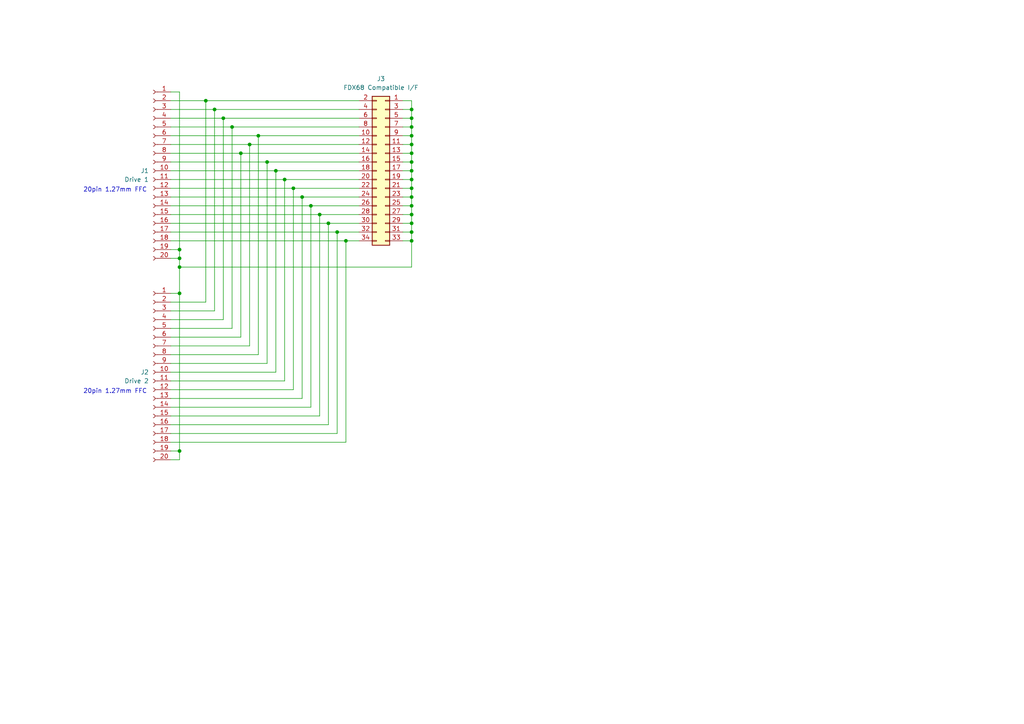
<source format=kicad_sch>
(kicad_sch (version 20230121) (generator eeschema)

  (uuid 547699ac-a286-4d13-ac49-a39a011911ae)

  (paper "A4")

  (title_block
    (title "PC-8880mk2FE FDD Cable")
    (company "Hiroaki GOTO as GORRY")
  )

  (lib_symbols
    (symbol "Connector:Conn_01x20_Socket" (pin_names (offset 1.016) hide) (in_bom yes) (on_board yes)
      (property "Reference" "J" (at 0 25.4 0)
        (effects (font (size 1.27 1.27)))
      )
      (property "Value" "Conn_01x20_Socket" (at 0 -27.94 0)
        (effects (font (size 1.27 1.27)))
      )
      (property "Footprint" "" (at 0 0 0)
        (effects (font (size 1.27 1.27)) hide)
      )
      (property "Datasheet" "~" (at 0 0 0)
        (effects (font (size 1.27 1.27)) hide)
      )
      (property "ki_locked" "" (at 0 0 0)
        (effects (font (size 1.27 1.27)))
      )
      (property "ki_keywords" "connector" (at 0 0 0)
        (effects (font (size 1.27 1.27)) hide)
      )
      (property "ki_description" "Generic connector, single row, 01x20, script generated" (at 0 0 0)
        (effects (font (size 1.27 1.27)) hide)
      )
      (property "ki_fp_filters" "Connector*:*_1x??_*" (at 0 0 0)
        (effects (font (size 1.27 1.27)) hide)
      )
      (symbol "Conn_01x20_Socket_1_1"
        (arc (start 0 -24.892) (mid -0.5058 -25.4) (end 0 -25.908)
          (stroke (width 0.1524) (type default))
          (fill (type none))
        )
        (arc (start 0 -22.352) (mid -0.5058 -22.86) (end 0 -23.368)
          (stroke (width 0.1524) (type default))
          (fill (type none))
        )
        (arc (start 0 -19.812) (mid -0.5058 -20.32) (end 0 -20.828)
          (stroke (width 0.1524) (type default))
          (fill (type none))
        )
        (arc (start 0 -17.272) (mid -0.5058 -17.78) (end 0 -18.288)
          (stroke (width 0.1524) (type default))
          (fill (type none))
        )
        (arc (start 0 -14.732) (mid -0.5058 -15.24) (end 0 -15.748)
          (stroke (width 0.1524) (type default))
          (fill (type none))
        )
        (arc (start 0 -12.192) (mid -0.5058 -12.7) (end 0 -13.208)
          (stroke (width 0.1524) (type default))
          (fill (type none))
        )
        (arc (start 0 -9.652) (mid -0.5058 -10.16) (end 0 -10.668)
          (stroke (width 0.1524) (type default))
          (fill (type none))
        )
        (arc (start 0 -7.112) (mid -0.5058 -7.62) (end 0 -8.128)
          (stroke (width 0.1524) (type default))
          (fill (type none))
        )
        (arc (start 0 -4.572) (mid -0.5058 -5.08) (end 0 -5.588)
          (stroke (width 0.1524) (type default))
          (fill (type none))
        )
        (arc (start 0 -2.032) (mid -0.5058 -2.54) (end 0 -3.048)
          (stroke (width 0.1524) (type default))
          (fill (type none))
        )
        (polyline
          (pts
            (xy -1.27 -25.4)
            (xy -0.508 -25.4)
          )
          (stroke (width 0.1524) (type default))
          (fill (type none))
        )
        (polyline
          (pts
            (xy -1.27 -22.86)
            (xy -0.508 -22.86)
          )
          (stroke (width 0.1524) (type default))
          (fill (type none))
        )
        (polyline
          (pts
            (xy -1.27 -20.32)
            (xy -0.508 -20.32)
          )
          (stroke (width 0.1524) (type default))
          (fill (type none))
        )
        (polyline
          (pts
            (xy -1.27 -17.78)
            (xy -0.508 -17.78)
          )
          (stroke (width 0.1524) (type default))
          (fill (type none))
        )
        (polyline
          (pts
            (xy -1.27 -15.24)
            (xy -0.508 -15.24)
          )
          (stroke (width 0.1524) (type default))
          (fill (type none))
        )
        (polyline
          (pts
            (xy -1.27 -12.7)
            (xy -0.508 -12.7)
          )
          (stroke (width 0.1524) (type default))
          (fill (type none))
        )
        (polyline
          (pts
            (xy -1.27 -10.16)
            (xy -0.508 -10.16)
          )
          (stroke (width 0.1524) (type default))
          (fill (type none))
        )
        (polyline
          (pts
            (xy -1.27 -7.62)
            (xy -0.508 -7.62)
          )
          (stroke (width 0.1524) (type default))
          (fill (type none))
        )
        (polyline
          (pts
            (xy -1.27 -5.08)
            (xy -0.508 -5.08)
          )
          (stroke (width 0.1524) (type default))
          (fill (type none))
        )
        (polyline
          (pts
            (xy -1.27 -2.54)
            (xy -0.508 -2.54)
          )
          (stroke (width 0.1524) (type default))
          (fill (type none))
        )
        (polyline
          (pts
            (xy -1.27 0)
            (xy -0.508 0)
          )
          (stroke (width 0.1524) (type default))
          (fill (type none))
        )
        (polyline
          (pts
            (xy -1.27 2.54)
            (xy -0.508 2.54)
          )
          (stroke (width 0.1524) (type default))
          (fill (type none))
        )
        (polyline
          (pts
            (xy -1.27 5.08)
            (xy -0.508 5.08)
          )
          (stroke (width 0.1524) (type default))
          (fill (type none))
        )
        (polyline
          (pts
            (xy -1.27 7.62)
            (xy -0.508 7.62)
          )
          (stroke (width 0.1524) (type default))
          (fill (type none))
        )
        (polyline
          (pts
            (xy -1.27 10.16)
            (xy -0.508 10.16)
          )
          (stroke (width 0.1524) (type default))
          (fill (type none))
        )
        (polyline
          (pts
            (xy -1.27 12.7)
            (xy -0.508 12.7)
          )
          (stroke (width 0.1524) (type default))
          (fill (type none))
        )
        (polyline
          (pts
            (xy -1.27 15.24)
            (xy -0.508 15.24)
          )
          (stroke (width 0.1524) (type default))
          (fill (type none))
        )
        (polyline
          (pts
            (xy -1.27 17.78)
            (xy -0.508 17.78)
          )
          (stroke (width 0.1524) (type default))
          (fill (type none))
        )
        (polyline
          (pts
            (xy -1.27 20.32)
            (xy -0.508 20.32)
          )
          (stroke (width 0.1524) (type default))
          (fill (type none))
        )
        (polyline
          (pts
            (xy -1.27 22.86)
            (xy -0.508 22.86)
          )
          (stroke (width 0.1524) (type default))
          (fill (type none))
        )
        (arc (start 0 0.508) (mid -0.5058 0) (end 0 -0.508)
          (stroke (width 0.1524) (type default))
          (fill (type none))
        )
        (arc (start 0 3.048) (mid -0.5058 2.54) (end 0 2.032)
          (stroke (width 0.1524) (type default))
          (fill (type none))
        )
        (arc (start 0 5.588) (mid -0.5058 5.08) (end 0 4.572)
          (stroke (width 0.1524) (type default))
          (fill (type none))
        )
        (arc (start 0 8.128) (mid -0.5058 7.62) (end 0 7.112)
          (stroke (width 0.1524) (type default))
          (fill (type none))
        )
        (arc (start 0 10.668) (mid -0.5058 10.16) (end 0 9.652)
          (stroke (width 0.1524) (type default))
          (fill (type none))
        )
        (arc (start 0 13.208) (mid -0.5058 12.7) (end 0 12.192)
          (stroke (width 0.1524) (type default))
          (fill (type none))
        )
        (arc (start 0 15.748) (mid -0.5058 15.24) (end 0 14.732)
          (stroke (width 0.1524) (type default))
          (fill (type none))
        )
        (arc (start 0 18.288) (mid -0.5058 17.78) (end 0 17.272)
          (stroke (width 0.1524) (type default))
          (fill (type none))
        )
        (arc (start 0 20.828) (mid -0.5058 20.32) (end 0 19.812)
          (stroke (width 0.1524) (type default))
          (fill (type none))
        )
        (arc (start 0 23.368) (mid -0.5058 22.86) (end 0 22.352)
          (stroke (width 0.1524) (type default))
          (fill (type none))
        )
        (pin passive line (at -5.08 22.86 0) (length 3.81)
          (name "Pin_1" (effects (font (size 1.27 1.27))))
          (number "1" (effects (font (size 1.27 1.27))))
        )
        (pin passive line (at -5.08 0 0) (length 3.81)
          (name "Pin_10" (effects (font (size 1.27 1.27))))
          (number "10" (effects (font (size 1.27 1.27))))
        )
        (pin passive line (at -5.08 -2.54 0) (length 3.81)
          (name "Pin_11" (effects (font (size 1.27 1.27))))
          (number "11" (effects (font (size 1.27 1.27))))
        )
        (pin passive line (at -5.08 -5.08 0) (length 3.81)
          (name "Pin_12" (effects (font (size 1.27 1.27))))
          (number "12" (effects (font (size 1.27 1.27))))
        )
        (pin passive line (at -5.08 -7.62 0) (length 3.81)
          (name "Pin_13" (effects (font (size 1.27 1.27))))
          (number "13" (effects (font (size 1.27 1.27))))
        )
        (pin passive line (at -5.08 -10.16 0) (length 3.81)
          (name "Pin_14" (effects (font (size 1.27 1.27))))
          (number "14" (effects (font (size 1.27 1.27))))
        )
        (pin passive line (at -5.08 -12.7 0) (length 3.81)
          (name "Pin_15" (effects (font (size 1.27 1.27))))
          (number "15" (effects (font (size 1.27 1.27))))
        )
        (pin passive line (at -5.08 -15.24 0) (length 3.81)
          (name "Pin_16" (effects (font (size 1.27 1.27))))
          (number "16" (effects (font (size 1.27 1.27))))
        )
        (pin passive line (at -5.08 -17.78 0) (length 3.81)
          (name "Pin_17" (effects (font (size 1.27 1.27))))
          (number "17" (effects (font (size 1.27 1.27))))
        )
        (pin passive line (at -5.08 -20.32 0) (length 3.81)
          (name "Pin_18" (effects (font (size 1.27 1.27))))
          (number "18" (effects (font (size 1.27 1.27))))
        )
        (pin passive line (at -5.08 -22.86 0) (length 3.81)
          (name "Pin_19" (effects (font (size 1.27 1.27))))
          (number "19" (effects (font (size 1.27 1.27))))
        )
        (pin passive line (at -5.08 20.32 0) (length 3.81)
          (name "Pin_2" (effects (font (size 1.27 1.27))))
          (number "2" (effects (font (size 1.27 1.27))))
        )
        (pin passive line (at -5.08 -25.4 0) (length 3.81)
          (name "Pin_20" (effects (font (size 1.27 1.27))))
          (number "20" (effects (font (size 1.27 1.27))))
        )
        (pin passive line (at -5.08 17.78 0) (length 3.81)
          (name "Pin_3" (effects (font (size 1.27 1.27))))
          (number "3" (effects (font (size 1.27 1.27))))
        )
        (pin passive line (at -5.08 15.24 0) (length 3.81)
          (name "Pin_4" (effects (font (size 1.27 1.27))))
          (number "4" (effects (font (size 1.27 1.27))))
        )
        (pin passive line (at -5.08 12.7 0) (length 3.81)
          (name "Pin_5" (effects (font (size 1.27 1.27))))
          (number "5" (effects (font (size 1.27 1.27))))
        )
        (pin passive line (at -5.08 10.16 0) (length 3.81)
          (name "Pin_6" (effects (font (size 1.27 1.27))))
          (number "6" (effects (font (size 1.27 1.27))))
        )
        (pin passive line (at -5.08 7.62 0) (length 3.81)
          (name "Pin_7" (effects (font (size 1.27 1.27))))
          (number "7" (effects (font (size 1.27 1.27))))
        )
        (pin passive line (at -5.08 5.08 0) (length 3.81)
          (name "Pin_8" (effects (font (size 1.27 1.27))))
          (number "8" (effects (font (size 1.27 1.27))))
        )
        (pin passive line (at -5.08 2.54 0) (length 3.81)
          (name "Pin_9" (effects (font (size 1.27 1.27))))
          (number "9" (effects (font (size 1.27 1.27))))
        )
      )
    )
    (symbol "Connector_Generic:Conn_02x17_Odd_Even" (pin_names (offset 1.016) hide) (in_bom yes) (on_board yes)
      (property "Reference" "J" (at 1.27 22.86 0)
        (effects (font (size 1.27 1.27)))
      )
      (property "Value" "Conn_02x17_Odd_Even" (at 1.27 -22.86 0)
        (effects (font (size 1.27 1.27)))
      )
      (property "Footprint" "" (at 0 0 0)
        (effects (font (size 1.27 1.27)) hide)
      )
      (property "Datasheet" "~" (at 0 0 0)
        (effects (font (size 1.27 1.27)) hide)
      )
      (property "ki_keywords" "connector" (at 0 0 0)
        (effects (font (size 1.27 1.27)) hide)
      )
      (property "ki_description" "Generic connector, double row, 02x17, odd/even pin numbering scheme (row 1 odd numbers, row 2 even numbers), script generated (kicad-library-utils/schlib/autogen/connector/)" (at 0 0 0)
        (effects (font (size 1.27 1.27)) hide)
      )
      (property "ki_fp_filters" "Connector*:*_2x??_*" (at 0 0 0)
        (effects (font (size 1.27 1.27)) hide)
      )
      (symbol "Conn_02x17_Odd_Even_1_1"
        (rectangle (start -1.27 -20.193) (end 0 -20.447)
          (stroke (width 0.1524) (type default))
          (fill (type none))
        )
        (rectangle (start -1.27 -17.653) (end 0 -17.907)
          (stroke (width 0.1524) (type default))
          (fill (type none))
        )
        (rectangle (start -1.27 -15.113) (end 0 -15.367)
          (stroke (width 0.1524) (type default))
          (fill (type none))
        )
        (rectangle (start -1.27 -12.573) (end 0 -12.827)
          (stroke (width 0.1524) (type default))
          (fill (type none))
        )
        (rectangle (start -1.27 -10.033) (end 0 -10.287)
          (stroke (width 0.1524) (type default))
          (fill (type none))
        )
        (rectangle (start -1.27 -7.493) (end 0 -7.747)
          (stroke (width 0.1524) (type default))
          (fill (type none))
        )
        (rectangle (start -1.27 -4.953) (end 0 -5.207)
          (stroke (width 0.1524) (type default))
          (fill (type none))
        )
        (rectangle (start -1.27 -2.413) (end 0 -2.667)
          (stroke (width 0.1524) (type default))
          (fill (type none))
        )
        (rectangle (start -1.27 0.127) (end 0 -0.127)
          (stroke (width 0.1524) (type default))
          (fill (type none))
        )
        (rectangle (start -1.27 2.667) (end 0 2.413)
          (stroke (width 0.1524) (type default))
          (fill (type none))
        )
        (rectangle (start -1.27 5.207) (end 0 4.953)
          (stroke (width 0.1524) (type default))
          (fill (type none))
        )
        (rectangle (start -1.27 7.747) (end 0 7.493)
          (stroke (width 0.1524) (type default))
          (fill (type none))
        )
        (rectangle (start -1.27 10.287) (end 0 10.033)
          (stroke (width 0.1524) (type default))
          (fill (type none))
        )
        (rectangle (start -1.27 12.827) (end 0 12.573)
          (stroke (width 0.1524) (type default))
          (fill (type none))
        )
        (rectangle (start -1.27 15.367) (end 0 15.113)
          (stroke (width 0.1524) (type default))
          (fill (type none))
        )
        (rectangle (start -1.27 17.907) (end 0 17.653)
          (stroke (width 0.1524) (type default))
          (fill (type none))
        )
        (rectangle (start -1.27 20.447) (end 0 20.193)
          (stroke (width 0.1524) (type default))
          (fill (type none))
        )
        (rectangle (start -1.27 21.59) (end 3.81 -21.59)
          (stroke (width 0.254) (type default))
          (fill (type background))
        )
        (rectangle (start 3.81 -20.193) (end 2.54 -20.447)
          (stroke (width 0.1524) (type default))
          (fill (type none))
        )
        (rectangle (start 3.81 -17.653) (end 2.54 -17.907)
          (stroke (width 0.1524) (type default))
          (fill (type none))
        )
        (rectangle (start 3.81 -15.113) (end 2.54 -15.367)
          (stroke (width 0.1524) (type default))
          (fill (type none))
        )
        (rectangle (start 3.81 -12.573) (end 2.54 -12.827)
          (stroke (width 0.1524) (type default))
          (fill (type none))
        )
        (rectangle (start 3.81 -10.033) (end 2.54 -10.287)
          (stroke (width 0.1524) (type default))
          (fill (type none))
        )
        (rectangle (start 3.81 -7.493) (end 2.54 -7.747)
          (stroke (width 0.1524) (type default))
          (fill (type none))
        )
        (rectangle (start 3.81 -4.953) (end 2.54 -5.207)
          (stroke (width 0.1524) (type default))
          (fill (type none))
        )
        (rectangle (start 3.81 -2.413) (end 2.54 -2.667)
          (stroke (width 0.1524) (type default))
          (fill (type none))
        )
        (rectangle (start 3.81 0.127) (end 2.54 -0.127)
          (stroke (width 0.1524) (type default))
          (fill (type none))
        )
        (rectangle (start 3.81 2.667) (end 2.54 2.413)
          (stroke (width 0.1524) (type default))
          (fill (type none))
        )
        (rectangle (start 3.81 5.207) (end 2.54 4.953)
          (stroke (width 0.1524) (type default))
          (fill (type none))
        )
        (rectangle (start 3.81 7.747) (end 2.54 7.493)
          (stroke (width 0.1524) (type default))
          (fill (type none))
        )
        (rectangle (start 3.81 10.287) (end 2.54 10.033)
          (stroke (width 0.1524) (type default))
          (fill (type none))
        )
        (rectangle (start 3.81 12.827) (end 2.54 12.573)
          (stroke (width 0.1524) (type default))
          (fill (type none))
        )
        (rectangle (start 3.81 15.367) (end 2.54 15.113)
          (stroke (width 0.1524) (type default))
          (fill (type none))
        )
        (rectangle (start 3.81 17.907) (end 2.54 17.653)
          (stroke (width 0.1524) (type default))
          (fill (type none))
        )
        (rectangle (start 3.81 20.447) (end 2.54 20.193)
          (stroke (width 0.1524) (type default))
          (fill (type none))
        )
        (pin passive line (at -5.08 20.32 0) (length 3.81)
          (name "Pin_1" (effects (font (size 1.27 1.27))))
          (number "1" (effects (font (size 1.27 1.27))))
        )
        (pin passive line (at 7.62 10.16 180) (length 3.81)
          (name "Pin_10" (effects (font (size 1.27 1.27))))
          (number "10" (effects (font (size 1.27 1.27))))
        )
        (pin passive line (at -5.08 7.62 0) (length 3.81)
          (name "Pin_11" (effects (font (size 1.27 1.27))))
          (number "11" (effects (font (size 1.27 1.27))))
        )
        (pin passive line (at 7.62 7.62 180) (length 3.81)
          (name "Pin_12" (effects (font (size 1.27 1.27))))
          (number "12" (effects (font (size 1.27 1.27))))
        )
        (pin passive line (at -5.08 5.08 0) (length 3.81)
          (name "Pin_13" (effects (font (size 1.27 1.27))))
          (number "13" (effects (font (size 1.27 1.27))))
        )
        (pin passive line (at 7.62 5.08 180) (length 3.81)
          (name "Pin_14" (effects (font (size 1.27 1.27))))
          (number "14" (effects (font (size 1.27 1.27))))
        )
        (pin passive line (at -5.08 2.54 0) (length 3.81)
          (name "Pin_15" (effects (font (size 1.27 1.27))))
          (number "15" (effects (font (size 1.27 1.27))))
        )
        (pin passive line (at 7.62 2.54 180) (length 3.81)
          (name "Pin_16" (effects (font (size 1.27 1.27))))
          (number "16" (effects (font (size 1.27 1.27))))
        )
        (pin passive line (at -5.08 0 0) (length 3.81)
          (name "Pin_17" (effects (font (size 1.27 1.27))))
          (number "17" (effects (font (size 1.27 1.27))))
        )
        (pin passive line (at 7.62 0 180) (length 3.81)
          (name "Pin_18" (effects (font (size 1.27 1.27))))
          (number "18" (effects (font (size 1.27 1.27))))
        )
        (pin passive line (at -5.08 -2.54 0) (length 3.81)
          (name "Pin_19" (effects (font (size 1.27 1.27))))
          (number "19" (effects (font (size 1.27 1.27))))
        )
        (pin passive line (at 7.62 20.32 180) (length 3.81)
          (name "Pin_2" (effects (font (size 1.27 1.27))))
          (number "2" (effects (font (size 1.27 1.27))))
        )
        (pin passive line (at 7.62 -2.54 180) (length 3.81)
          (name "Pin_20" (effects (font (size 1.27 1.27))))
          (number "20" (effects (font (size 1.27 1.27))))
        )
        (pin passive line (at -5.08 -5.08 0) (length 3.81)
          (name "Pin_21" (effects (font (size 1.27 1.27))))
          (number "21" (effects (font (size 1.27 1.27))))
        )
        (pin passive line (at 7.62 -5.08 180) (length 3.81)
          (name "Pin_22" (effects (font (size 1.27 1.27))))
          (number "22" (effects (font (size 1.27 1.27))))
        )
        (pin passive line (at -5.08 -7.62 0) (length 3.81)
          (name "Pin_23" (effects (font (size 1.27 1.27))))
          (number "23" (effects (font (size 1.27 1.27))))
        )
        (pin passive line (at 7.62 -7.62 180) (length 3.81)
          (name "Pin_24" (effects (font (size 1.27 1.27))))
          (number "24" (effects (font (size 1.27 1.27))))
        )
        (pin passive line (at -5.08 -10.16 0) (length 3.81)
          (name "Pin_25" (effects (font (size 1.27 1.27))))
          (number "25" (effects (font (size 1.27 1.27))))
        )
        (pin passive line (at 7.62 -10.16 180) (length 3.81)
          (name "Pin_26" (effects (font (size 1.27 1.27))))
          (number "26" (effects (font (size 1.27 1.27))))
        )
        (pin passive line (at -5.08 -12.7 0) (length 3.81)
          (name "Pin_27" (effects (font (size 1.27 1.27))))
          (number "27" (effects (font (size 1.27 1.27))))
        )
        (pin passive line (at 7.62 -12.7 180) (length 3.81)
          (name "Pin_28" (effects (font (size 1.27 1.27))))
          (number "28" (effects (font (size 1.27 1.27))))
        )
        (pin passive line (at -5.08 -15.24 0) (length 3.81)
          (name "Pin_29" (effects (font (size 1.27 1.27))))
          (number "29" (effects (font (size 1.27 1.27))))
        )
        (pin passive line (at -5.08 17.78 0) (length 3.81)
          (name "Pin_3" (effects (font (size 1.27 1.27))))
          (number "3" (effects (font (size 1.27 1.27))))
        )
        (pin passive line (at 7.62 -15.24 180) (length 3.81)
          (name "Pin_30" (effects (font (size 1.27 1.27))))
          (number "30" (effects (font (size 1.27 1.27))))
        )
        (pin passive line (at -5.08 -17.78 0) (length 3.81)
          (name "Pin_31" (effects (font (size 1.27 1.27))))
          (number "31" (effects (font (size 1.27 1.27))))
        )
        (pin passive line (at 7.62 -17.78 180) (length 3.81)
          (name "Pin_32" (effects (font (size 1.27 1.27))))
          (number "32" (effects (font (size 1.27 1.27))))
        )
        (pin passive line (at -5.08 -20.32 0) (length 3.81)
          (name "Pin_33" (effects (font (size 1.27 1.27))))
          (number "33" (effects (font (size 1.27 1.27))))
        )
        (pin passive line (at 7.62 -20.32 180) (length 3.81)
          (name "Pin_34" (effects (font (size 1.27 1.27))))
          (number "34" (effects (font (size 1.27 1.27))))
        )
        (pin passive line (at 7.62 17.78 180) (length 3.81)
          (name "Pin_4" (effects (font (size 1.27 1.27))))
          (number "4" (effects (font (size 1.27 1.27))))
        )
        (pin passive line (at -5.08 15.24 0) (length 3.81)
          (name "Pin_5" (effects (font (size 1.27 1.27))))
          (number "5" (effects (font (size 1.27 1.27))))
        )
        (pin passive line (at 7.62 15.24 180) (length 3.81)
          (name "Pin_6" (effects (font (size 1.27 1.27))))
          (number "6" (effects (font (size 1.27 1.27))))
        )
        (pin passive line (at -5.08 12.7 0) (length 3.81)
          (name "Pin_7" (effects (font (size 1.27 1.27))))
          (number "7" (effects (font (size 1.27 1.27))))
        )
        (pin passive line (at 7.62 12.7 180) (length 3.81)
          (name "Pin_8" (effects (font (size 1.27 1.27))))
          (number "8" (effects (font (size 1.27 1.27))))
        )
        (pin passive line (at -5.08 10.16 0) (length 3.81)
          (name "Pin_9" (effects (font (size 1.27 1.27))))
          (number "9" (effects (font (size 1.27 1.27))))
        )
      )
    )
  )

  (junction (at 119.38 34.29) (diameter 0) (color 0 0 0 0)
    (uuid 058c26e5-5bd3-436e-a4cb-c8a714323615)
  )
  (junction (at 80.01 49.53) (diameter 0) (color 0 0 0 0)
    (uuid 0da1eda4-0d67-4147-b556-4869a1f5c3c5)
  )
  (junction (at 72.39 41.91) (diameter 0) (color 0 0 0 0)
    (uuid 224f79f0-13d0-4d17-b89b-cef2c8ec6f79)
  )
  (junction (at 100.33 69.85) (diameter 0) (color 0 0 0 0)
    (uuid 233d4fa8-9325-47a0-91ad-2f59278bdc64)
  )
  (junction (at 52.07 74.93) (diameter 0) (color 0 0 0 0)
    (uuid 2867bea6-1cbb-4e36-895b-fa4f40006dc7)
  )
  (junction (at 119.38 62.23) (diameter 0) (color 0 0 0 0)
    (uuid 28986c8d-3254-427c-87fc-d7091e2a769b)
  )
  (junction (at 97.79 67.31) (diameter 0) (color 0 0 0 0)
    (uuid 3805308f-f68a-4624-8aca-d6a8850a7cfe)
  )
  (junction (at 119.38 69.85) (diameter 0) (color 0 0 0 0)
    (uuid 3c8c66d3-82cb-4082-b0d5-8a9895ac5547)
  )
  (junction (at 119.38 54.61) (diameter 0) (color 0 0 0 0)
    (uuid 42aa929e-b794-4c2e-9e85-14cd219e599b)
  )
  (junction (at 119.38 36.83) (diameter 0) (color 0 0 0 0)
    (uuid 49879d67-bd12-4d7f-a600-417eed7b522a)
  )
  (junction (at 52.07 72.39) (diameter 0) (color 0 0 0 0)
    (uuid 4d4d6547-b2f4-467e-a1e7-f4efdda8c1b6)
  )
  (junction (at 62.23 31.75) (diameter 0) (color 0 0 0 0)
    (uuid 513b1aab-6ccd-481c-940a-ab394844c854)
  )
  (junction (at 95.25 64.77) (diameter 0) (color 0 0 0 0)
    (uuid 55c4ba7f-c185-40ab-8283-933d50c8cab4)
  )
  (junction (at 90.17 59.69) (diameter 0) (color 0 0 0 0)
    (uuid 584026f5-4558-417f-9489-aaeaa9853e7d)
  )
  (junction (at 64.77 34.29) (diameter 0) (color 0 0 0 0)
    (uuid 5a72a40d-c8b2-4ea6-93ba-ff5747e79307)
  )
  (junction (at 119.38 39.37) (diameter 0) (color 0 0 0 0)
    (uuid 61fbf891-c897-4429-8a77-bba88fbabb48)
  )
  (junction (at 77.47 46.99) (diameter 0) (color 0 0 0 0)
    (uuid 6b2bcb68-5663-45ce-ab93-6071a2f5cb71)
  )
  (junction (at 69.85 44.45) (diameter 0) (color 0 0 0 0)
    (uuid 6d61a616-f321-4bf9-9aa2-40a5512da6f1)
  )
  (junction (at 82.55 52.07) (diameter 0) (color 0 0 0 0)
    (uuid 6f7036b1-01a6-46ba-9a85-284bd1398254)
  )
  (junction (at 52.07 130.81) (diameter 0) (color 0 0 0 0)
    (uuid 712891a3-b0c5-4ee9-a06b-adbf7a04ef5e)
  )
  (junction (at 119.38 57.15) (diameter 0) (color 0 0 0 0)
    (uuid 753b3e2d-afc9-4719-a12b-5957130dd9af)
  )
  (junction (at 52.07 77.47) (diameter 0) (color 0 0 0 0)
    (uuid 7beef162-514e-4886-801e-5928c7754975)
  )
  (junction (at 74.93 39.37) (diameter 0) (color 0 0 0 0)
    (uuid 7de5ebdc-7426-4807-ae3a-7e484f6618e4)
  )
  (junction (at 92.71 62.23) (diameter 0) (color 0 0 0 0)
    (uuid 7e595156-de53-49ca-b1a5-89f9811ad13d)
  )
  (junction (at 119.38 64.77) (diameter 0) (color 0 0 0 0)
    (uuid 7f0951d0-b9bc-419f-9f61-7147058b33dc)
  )
  (junction (at 119.38 49.53) (diameter 0) (color 0 0 0 0)
    (uuid 8a52a1cd-7c8a-44c4-b2a7-1b8e2111c8b8)
  )
  (junction (at 119.38 31.75) (diameter 0) (color 0 0 0 0)
    (uuid 96d2b023-a4c6-42fe-9cc5-b2c195e154e2)
  )
  (junction (at 119.38 46.99) (diameter 0) (color 0 0 0 0)
    (uuid 971d947c-1e43-40ea-9458-2845dc05b6dd)
  )
  (junction (at 119.38 59.69) (diameter 0) (color 0 0 0 0)
    (uuid 9aa8744b-d9ee-40ec-8227-7fd77a0b1b5a)
  )
  (junction (at 119.38 41.91) (diameter 0) (color 0 0 0 0)
    (uuid aad7b5bb-7dc7-42a1-b46d-6b14cdf892d2)
  )
  (junction (at 119.38 67.31) (diameter 0) (color 0 0 0 0)
    (uuid b645dbb2-7333-4ca6-8a53-a45ef41a4d95)
  )
  (junction (at 59.69 29.21) (diameter 0) (color 0 0 0 0)
    (uuid b8791c83-68c4-4c05-be04-a457a09b5640)
  )
  (junction (at 67.31 36.83) (diameter 0) (color 0 0 0 0)
    (uuid c009d94f-97a1-4790-b74b-d39a17ad0810)
  )
  (junction (at 119.38 44.45) (diameter 0) (color 0 0 0 0)
    (uuid ca156ee4-55a2-4bb8-aa71-72b32deebfe9)
  )
  (junction (at 52.07 85.09) (diameter 0) (color 0 0 0 0)
    (uuid cd2d4f20-6547-475f-82d2-becf4632b0ef)
  )
  (junction (at 85.09 54.61) (diameter 0) (color 0 0 0 0)
    (uuid ce13c81e-ad2b-4153-afe3-6f82a027fb3d)
  )
  (junction (at 119.38 52.07) (diameter 0) (color 0 0 0 0)
    (uuid ea5b4fa9-8822-4af4-a7c3-2a9c2866dbf3)
  )
  (junction (at 87.63 57.15) (diameter 0) (color 0 0 0 0)
    (uuid fcd89190-5d85-4b94-b514-f820c0484aaa)
  )

  (wire (pts (xy 119.38 46.99) (xy 119.38 49.53))
    (stroke (width 0) (type default))
    (uuid 00b4da14-366c-4d90-a3aa-cbd392fb4069)
  )
  (wire (pts (xy 119.38 31.75) (xy 119.38 34.29))
    (stroke (width 0) (type default))
    (uuid 0313d8bc-7ba6-4101-8917-059428c8d453)
  )
  (wire (pts (xy 49.53 107.95) (xy 80.01 107.95))
    (stroke (width 0) (type default))
    (uuid 15ffe951-2d55-4854-936f-7bc3855554d6)
  )
  (wire (pts (xy 87.63 115.57) (xy 87.63 57.15))
    (stroke (width 0) (type default))
    (uuid 18607a4a-2911-4463-a568-baf63b4ee934)
  )
  (wire (pts (xy 49.53 29.21) (xy 59.69 29.21))
    (stroke (width 0) (type default))
    (uuid 1cba564b-1330-458d-9909-5f1a310e896d)
  )
  (wire (pts (xy 95.25 64.77) (xy 104.14 64.77))
    (stroke (width 0) (type default))
    (uuid 1f472f1d-5836-4104-b745-04f3c319ea6d)
  )
  (wire (pts (xy 90.17 59.69) (xy 104.14 59.69))
    (stroke (width 0) (type default))
    (uuid 207fcfb7-ca3d-42ea-85fe-5522143e5e4b)
  )
  (wire (pts (xy 64.77 92.71) (xy 64.77 34.29))
    (stroke (width 0) (type default))
    (uuid 245e78fc-8011-4e07-9def-7ae6a104b3c3)
  )
  (wire (pts (xy 49.53 72.39) (xy 52.07 72.39))
    (stroke (width 0) (type default))
    (uuid 264a9991-48d1-40f3-9094-a50bbb47250d)
  )
  (wire (pts (xy 116.84 64.77) (xy 119.38 64.77))
    (stroke (width 0) (type default))
    (uuid 28f6bc05-6ca8-4262-b680-310c25365a25)
  )
  (wire (pts (xy 119.38 64.77) (xy 119.38 67.31))
    (stroke (width 0) (type default))
    (uuid 2ac16459-ecb6-4f71-9a85-e4239e2e110a)
  )
  (wire (pts (xy 49.53 64.77) (xy 95.25 64.77))
    (stroke (width 0) (type default))
    (uuid 2ae8d43d-d134-4f92-bc1c-37e42b1a411c)
  )
  (wire (pts (xy 52.07 77.47) (xy 119.38 77.47))
    (stroke (width 0) (type default))
    (uuid 2febce3a-8e5b-4e71-b515-784d6afe08ab)
  )
  (wire (pts (xy 119.38 46.99) (xy 116.84 46.99))
    (stroke (width 0) (type default))
    (uuid 30c9c12c-742a-4962-b0a4-247f27baa171)
  )
  (wire (pts (xy 62.23 90.17) (xy 62.23 31.75))
    (stroke (width 0) (type default))
    (uuid 321a9451-dea2-43b2-907e-fd42eaa60b91)
  )
  (wire (pts (xy 49.53 128.27) (xy 100.33 128.27))
    (stroke (width 0) (type default))
    (uuid 33140da3-5818-4917-a101-3b28274a7aba)
  )
  (wire (pts (xy 49.53 130.81) (xy 52.07 130.81))
    (stroke (width 0) (type default))
    (uuid 3f0ad736-74c5-4cc7-b72f-042d148a8a70)
  )
  (wire (pts (xy 49.53 44.45) (xy 69.85 44.45))
    (stroke (width 0) (type default))
    (uuid 3f320aed-b7ef-4bcb-84e7-0e4e94ffeb70)
  )
  (wire (pts (xy 49.53 110.49) (xy 82.55 110.49))
    (stroke (width 0) (type default))
    (uuid 406b278b-2acf-4e50-bdff-c7ec14dc383d)
  )
  (wire (pts (xy 97.79 125.73) (xy 97.79 67.31))
    (stroke (width 0) (type default))
    (uuid 409a21d6-aafc-4b27-9853-ba61bbfe8be2)
  )
  (wire (pts (xy 119.38 34.29) (xy 116.84 34.29))
    (stroke (width 0) (type default))
    (uuid 41260a2d-659c-4041-8b0b-63ece1bb8efb)
  )
  (wire (pts (xy 52.07 77.47) (xy 52.07 74.93))
    (stroke (width 0) (type default))
    (uuid 427da387-a272-4e6b-9992-57fe4288606e)
  )
  (wire (pts (xy 49.53 100.33) (xy 72.39 100.33))
    (stroke (width 0) (type default))
    (uuid 44cefdba-48ea-4f84-8e18-bb32d294a943)
  )
  (wire (pts (xy 82.55 52.07) (xy 104.14 52.07))
    (stroke (width 0) (type default))
    (uuid 453fac3c-3efa-4c94-b4fe-00642e92deec)
  )
  (wire (pts (xy 119.38 69.85) (xy 119.38 77.47))
    (stroke (width 0) (type default))
    (uuid 48b8df32-48e4-4a41-a7dd-6a811f074add)
  )
  (wire (pts (xy 72.39 100.33) (xy 72.39 41.91))
    (stroke (width 0) (type default))
    (uuid 493d8da9-625b-47b7-84fd-2fbb171af33e)
  )
  (wire (pts (xy 116.84 62.23) (xy 119.38 62.23))
    (stroke (width 0) (type default))
    (uuid 498b7e07-2319-4837-87d4-b2d2173c4e7b)
  )
  (wire (pts (xy 100.33 69.85) (xy 104.14 69.85))
    (stroke (width 0) (type default))
    (uuid 4c64eb3d-1efc-4e57-a809-b94eb261281a)
  )
  (wire (pts (xy 116.84 54.61) (xy 119.38 54.61))
    (stroke (width 0) (type default))
    (uuid 4dc7b49f-7bb3-4e69-a7a7-95ef02bb3b3f)
  )
  (wire (pts (xy 49.53 31.75) (xy 62.23 31.75))
    (stroke (width 0) (type default))
    (uuid 4fc045e3-d61a-4367-b314-5e2805afa0b0)
  )
  (wire (pts (xy 119.38 29.21) (xy 119.38 31.75))
    (stroke (width 0) (type default))
    (uuid 510acef7-9157-454c-b197-5ff05a6ed4ac)
  )
  (wire (pts (xy 49.53 125.73) (xy 97.79 125.73))
    (stroke (width 0) (type default))
    (uuid 5211311d-4f69-4727-82c5-39f935d72726)
  )
  (wire (pts (xy 49.53 115.57) (xy 87.63 115.57))
    (stroke (width 0) (type default))
    (uuid 532bf111-e954-4702-9c2e-3ceb9dd8f56d)
  )
  (wire (pts (xy 82.55 110.49) (xy 82.55 52.07))
    (stroke (width 0) (type default))
    (uuid 539d2ff4-c180-41e6-b5f3-a5aeec27d797)
  )
  (wire (pts (xy 49.53 39.37) (xy 74.93 39.37))
    (stroke (width 0) (type default))
    (uuid 558e5f7f-5e16-48e4-bf7c-91ac48a3123e)
  )
  (wire (pts (xy 119.38 49.53) (xy 119.38 52.07))
    (stroke (width 0) (type default))
    (uuid 5a5a554c-37ae-49a1-bf75-ad0f077e292e)
  )
  (wire (pts (xy 119.38 34.29) (xy 119.38 36.83))
    (stroke (width 0) (type default))
    (uuid 5abc91dc-02a5-4fe1-8a41-8d6c6e4ff8f8)
  )
  (wire (pts (xy 49.53 34.29) (xy 64.77 34.29))
    (stroke (width 0) (type default))
    (uuid 5ef28bd3-ebe8-49c1-a2ab-8f87825b4f24)
  )
  (wire (pts (xy 116.84 69.85) (xy 119.38 69.85))
    (stroke (width 0) (type default))
    (uuid 5f1f052f-935e-42f9-ba8f-0bf199b50d25)
  )
  (wire (pts (xy 49.53 59.69) (xy 90.17 59.69))
    (stroke (width 0) (type default))
    (uuid 5f76547b-6ac6-4d2c-8b07-7fb1342166a3)
  )
  (wire (pts (xy 49.53 97.79) (xy 69.85 97.79))
    (stroke (width 0) (type default))
    (uuid 5fd627b3-30ee-4a28-b3ff-4f5123f8ea78)
  )
  (wire (pts (xy 116.84 29.21) (xy 119.38 29.21))
    (stroke (width 0) (type default))
    (uuid 622828cf-26df-4b7b-95c0-e1c439e210f5)
  )
  (wire (pts (xy 52.07 77.47) (xy 52.07 85.09))
    (stroke (width 0) (type default))
    (uuid 64c3fed0-72be-441f-bf87-3034e1904557)
  )
  (wire (pts (xy 49.53 95.25) (xy 67.31 95.25))
    (stroke (width 0) (type default))
    (uuid 664edb69-8d98-4735-997e-293fb9fb71e4)
  )
  (wire (pts (xy 49.53 62.23) (xy 92.71 62.23))
    (stroke (width 0) (type default))
    (uuid 670c4e49-66bd-4e61-ac6e-971c01476d94)
  )
  (wire (pts (xy 49.53 26.67) (xy 52.07 26.67))
    (stroke (width 0) (type default))
    (uuid 69a6395c-7e92-4961-be81-65df48ada6ee)
  )
  (wire (pts (xy 52.07 26.67) (xy 52.07 72.39))
    (stroke (width 0) (type default))
    (uuid 69d559fb-2a1b-47c6-9c22-64fe5763cd8f)
  )
  (wire (pts (xy 49.53 105.41) (xy 77.47 105.41))
    (stroke (width 0) (type default))
    (uuid 6cc752cd-d96b-42fa-85d0-45e7552640e9)
  )
  (wire (pts (xy 49.53 41.91) (xy 72.39 41.91))
    (stroke (width 0) (type default))
    (uuid 6f0be627-7ac6-4137-9f49-2897d95c721b)
  )
  (wire (pts (xy 119.38 44.45) (xy 119.38 46.99))
    (stroke (width 0) (type default))
    (uuid 7189f2dc-2824-4771-a120-2f0624231408)
  )
  (wire (pts (xy 119.38 49.53) (xy 116.84 49.53))
    (stroke (width 0) (type default))
    (uuid 74753bf9-cd33-4d06-85e4-34c9306ff624)
  )
  (wire (pts (xy 92.71 62.23) (xy 104.14 62.23))
    (stroke (width 0) (type default))
    (uuid 76618149-cc73-4caa-ae4e-8311f179a066)
  )
  (wire (pts (xy 49.53 87.63) (xy 59.69 87.63))
    (stroke (width 0) (type default))
    (uuid 771b017d-c7ea-442f-8123-e3a346dde6c8)
  )
  (wire (pts (xy 74.93 39.37) (xy 104.14 39.37))
    (stroke (width 0) (type default))
    (uuid 7d10aafd-4f68-453c-b717-83e23e57e945)
  )
  (wire (pts (xy 49.53 120.65) (xy 92.71 120.65))
    (stroke (width 0) (type default))
    (uuid 7e6ac25e-eda3-4061-8281-e1711c6d7788)
  )
  (wire (pts (xy 119.38 39.37) (xy 119.38 41.91))
    (stroke (width 0) (type default))
    (uuid 7f4e2221-e969-487a-abf6-34662f28753d)
  )
  (wire (pts (xy 85.09 113.03) (xy 85.09 54.61))
    (stroke (width 0) (type default))
    (uuid 7f7dc87f-71f0-496a-8c50-7f0c49f91ccf)
  )
  (wire (pts (xy 85.09 54.61) (xy 104.14 54.61))
    (stroke (width 0) (type default))
    (uuid 7fa3d0b4-9736-4d5f-aa7b-8ef1a3d7ec82)
  )
  (wire (pts (xy 67.31 36.83) (xy 104.14 36.83))
    (stroke (width 0) (type default))
    (uuid 8136d6b3-bd6b-4397-b7a0-dbb13b05bf70)
  )
  (wire (pts (xy 119.38 52.07) (xy 116.84 52.07))
    (stroke (width 0) (type default))
    (uuid 81d8727a-af02-424b-ac46-1f21adb10765)
  )
  (wire (pts (xy 49.53 69.85) (xy 100.33 69.85))
    (stroke (width 0) (type default))
    (uuid 824947e5-37df-4936-80a8-36977f33b91d)
  )
  (wire (pts (xy 49.53 123.19) (xy 95.25 123.19))
    (stroke (width 0) (type default))
    (uuid 84e14fb0-4a6a-4a9a-a2ed-7e3772bc7650)
  )
  (wire (pts (xy 92.71 120.65) (xy 92.71 62.23))
    (stroke (width 0) (type default))
    (uuid 8793eb9c-946f-4205-a142-cfd72ad2ef2d)
  )
  (wire (pts (xy 119.38 62.23) (xy 119.38 64.77))
    (stroke (width 0) (type default))
    (uuid 8c404fda-9a03-44ea-9a88-06262a9640a9)
  )
  (wire (pts (xy 49.53 85.09) (xy 52.07 85.09))
    (stroke (width 0) (type default))
    (uuid 8cdb08c9-8929-4c75-bc63-b11617005f44)
  )
  (wire (pts (xy 69.85 97.79) (xy 69.85 44.45))
    (stroke (width 0) (type default))
    (uuid 92faff31-75ae-4886-8bd7-b8066d514f29)
  )
  (wire (pts (xy 97.79 67.31) (xy 104.14 67.31))
    (stroke (width 0) (type default))
    (uuid 953ad8f5-5401-4bfc-9605-0267a452a9d8)
  )
  (wire (pts (xy 49.53 90.17) (xy 62.23 90.17))
    (stroke (width 0) (type default))
    (uuid 96bc770e-53c2-4315-bf69-823ec3a47d0b)
  )
  (wire (pts (xy 74.93 102.87) (xy 74.93 39.37))
    (stroke (width 0) (type default))
    (uuid 9806e60e-a473-4a35-908b-479b4c2bc1cd)
  )
  (wire (pts (xy 64.77 34.29) (xy 104.14 34.29))
    (stroke (width 0) (type default))
    (uuid 982a0323-284f-44f9-a972-2d91a6c80dda)
  )
  (wire (pts (xy 59.69 29.21) (xy 104.14 29.21))
    (stroke (width 0) (type default))
    (uuid 9869e885-4856-4e35-a529-71f6d3417d05)
  )
  (wire (pts (xy 72.39 41.91) (xy 104.14 41.91))
    (stroke (width 0) (type default))
    (uuid 987b9936-44be-42b9-a85b-adc2c72f8c6e)
  )
  (wire (pts (xy 52.07 72.39) (xy 52.07 74.93))
    (stroke (width 0) (type default))
    (uuid 99b2e79d-0eda-4237-acbe-f8c6eb12f2d7)
  )
  (wire (pts (xy 119.38 36.83) (xy 119.38 39.37))
    (stroke (width 0) (type default))
    (uuid 9dbd5c74-09d7-4b93-bb19-09f1fd1397eb)
  )
  (wire (pts (xy 49.53 67.31) (xy 97.79 67.31))
    (stroke (width 0) (type default))
    (uuid 9fdca13d-6c30-40f0-9102-3592984497a0)
  )
  (wire (pts (xy 116.84 67.31) (xy 119.38 67.31))
    (stroke (width 0) (type default))
    (uuid a0907458-1413-4987-b687-5a398837d2f8)
  )
  (wire (pts (xy 119.38 41.91) (xy 116.84 41.91))
    (stroke (width 0) (type default))
    (uuid a1c29184-192d-4c3e-b3b3-7978f46528ff)
  )
  (wire (pts (xy 119.38 54.61) (xy 119.38 57.15))
    (stroke (width 0) (type default))
    (uuid a1e5bc8a-4d5e-46f8-8327-c60c0d23bc21)
  )
  (wire (pts (xy 87.63 57.15) (xy 104.14 57.15))
    (stroke (width 0) (type default))
    (uuid a34fdb8c-a10c-402b-8ee5-2eff0154e03b)
  )
  (wire (pts (xy 119.38 59.69) (xy 119.38 62.23))
    (stroke (width 0) (type default))
    (uuid a78f9d2b-339a-4126-8a85-dd3a40d38048)
  )
  (wire (pts (xy 52.07 74.93) (xy 49.53 74.93))
    (stroke (width 0) (type default))
    (uuid a8735d30-ff89-4c07-95ed-64f48e414a9a)
  )
  (wire (pts (xy 77.47 105.41) (xy 77.47 46.99))
    (stroke (width 0) (type default))
    (uuid a8fb3d7b-d8e2-4307-8c56-6ea813610d51)
  )
  (wire (pts (xy 77.47 46.99) (xy 104.14 46.99))
    (stroke (width 0) (type default))
    (uuid a92f4f27-9d2a-451a-b4f3-ce95327760f3)
  )
  (wire (pts (xy 100.33 128.27) (xy 100.33 69.85))
    (stroke (width 0) (type default))
    (uuid ab55bab8-4bda-4426-9ff8-4c5a13b870c3)
  )
  (wire (pts (xy 49.53 54.61) (xy 85.09 54.61))
    (stroke (width 0) (type default))
    (uuid af17c781-2041-4ee9-adbe-eefb8a43fe38)
  )
  (wire (pts (xy 80.01 49.53) (xy 104.14 49.53))
    (stroke (width 0) (type default))
    (uuid b8496c2f-e2e6-4bf9-a41a-ec7bbdf81eb6)
  )
  (wire (pts (xy 116.84 59.69) (xy 119.38 59.69))
    (stroke (width 0) (type default))
    (uuid ba5689c6-76a3-4dbe-b498-dade5f335539)
  )
  (wire (pts (xy 49.53 102.87) (xy 74.93 102.87))
    (stroke (width 0) (type default))
    (uuid bbc1060d-6d12-4d70-8980-64b78c7fb9ee)
  )
  (wire (pts (xy 52.07 133.35) (xy 49.53 133.35))
    (stroke (width 0) (type default))
    (uuid bcbd1ff5-239b-4c12-ac1b-79f5791739d4)
  )
  (wire (pts (xy 119.38 67.31) (xy 119.38 69.85))
    (stroke (width 0) (type default))
    (uuid bdd0b026-4e05-44a7-a6cb-5521545f1f12)
  )
  (wire (pts (xy 49.53 57.15) (xy 87.63 57.15))
    (stroke (width 0) (type default))
    (uuid bf0baef6-e843-4c0a-bd99-dc45a7cb323c)
  )
  (wire (pts (xy 119.38 36.83) (xy 116.84 36.83))
    (stroke (width 0) (type default))
    (uuid c559bd8d-608f-4779-8e59-ba2b93bb3cf9)
  )
  (wire (pts (xy 119.38 39.37) (xy 116.84 39.37))
    (stroke (width 0) (type default))
    (uuid cadb58cf-3f75-43da-b349-f00e87bcbd20)
  )
  (wire (pts (xy 49.53 113.03) (xy 85.09 113.03))
    (stroke (width 0) (type default))
    (uuid d0837cdc-5d22-4843-b53f-4ac497f0c3ba)
  )
  (wire (pts (xy 116.84 57.15) (xy 119.38 57.15))
    (stroke (width 0) (type default))
    (uuid d215a177-d36e-4c8b-9e5c-53ff73b39330)
  )
  (wire (pts (xy 119.38 44.45) (xy 116.84 44.45))
    (stroke (width 0) (type default))
    (uuid d2c69f36-09c6-4e7d-ae50-3698800a5427)
  )
  (wire (pts (xy 67.31 95.25) (xy 67.31 36.83))
    (stroke (width 0) (type default))
    (uuid d2e4473d-f103-4f1e-b42f-a79ec921c5dd)
  )
  (wire (pts (xy 119.38 52.07) (xy 119.38 54.61))
    (stroke (width 0) (type default))
    (uuid d4dd9568-3c25-4f32-addd-2fa5000a7d9d)
  )
  (wire (pts (xy 49.53 118.11) (xy 90.17 118.11))
    (stroke (width 0) (type default))
    (uuid d538e964-2e2a-49a4-aad9-8de7840b3c19)
  )
  (wire (pts (xy 119.38 57.15) (xy 119.38 59.69))
    (stroke (width 0) (type default))
    (uuid d5636762-b78d-4102-84be-5b4e0b203437)
  )
  (wire (pts (xy 119.38 31.75) (xy 116.84 31.75))
    (stroke (width 0) (type default))
    (uuid dcf93eb3-973a-4c8f-99e5-ab9d5c3e2bcf)
  )
  (wire (pts (xy 49.53 92.71) (xy 64.77 92.71))
    (stroke (width 0) (type default))
    (uuid dfdc1a43-0166-4105-8bc3-02edfd0e28ce)
  )
  (wire (pts (xy 90.17 118.11) (xy 90.17 59.69))
    (stroke (width 0) (type default))
    (uuid e4d026c5-7366-4d29-b8e9-5f34c32323ea)
  )
  (wire (pts (xy 49.53 46.99) (xy 77.47 46.99))
    (stroke (width 0) (type default))
    (uuid e5c3cd0b-2167-4758-98b1-9631e7f7b55a)
  )
  (wire (pts (xy 49.53 49.53) (xy 80.01 49.53))
    (stroke (width 0) (type default))
    (uuid e66a6b1d-9969-4c61-b21a-1709b166a7ae)
  )
  (wire (pts (xy 80.01 107.95) (xy 80.01 49.53))
    (stroke (width 0) (type default))
    (uuid e6925090-fea4-4b0c-9d59-0dc679d7b782)
  )
  (wire (pts (xy 52.07 85.09) (xy 52.07 130.81))
    (stroke (width 0) (type default))
    (uuid e836f72a-3f75-4619-a6ee-e17bb3724669)
  )
  (wire (pts (xy 49.53 36.83) (xy 67.31 36.83))
    (stroke (width 0) (type default))
    (uuid e91dedde-c333-4f75-9323-16af82a8f52f)
  )
  (wire (pts (xy 69.85 44.45) (xy 104.14 44.45))
    (stroke (width 0) (type default))
    (uuid eb478d04-22a5-4877-8039-4d41ee406729)
  )
  (wire (pts (xy 62.23 31.75) (xy 104.14 31.75))
    (stroke (width 0) (type default))
    (uuid ee489f31-2877-4398-a04d-088435d8bbbf)
  )
  (wire (pts (xy 95.25 123.19) (xy 95.25 64.77))
    (stroke (width 0) (type default))
    (uuid f2393361-8eaa-4b59-8313-f3cae47a1173)
  )
  (wire (pts (xy 59.69 87.63) (xy 59.69 29.21))
    (stroke (width 0) (type default))
    (uuid f2ace44e-4505-4f9b-9dba-742ae29f4315)
  )
  (wire (pts (xy 119.38 41.91) (xy 119.38 44.45))
    (stroke (width 0) (type default))
    (uuid f57c09f2-ca52-4178-a161-2bf0b5d0e257)
  )
  (wire (pts (xy 52.07 130.81) (xy 52.07 133.35))
    (stroke (width 0) (type default))
    (uuid f5b4a2c2-441c-4cb4-8c5e-37cbb1868ffa)
  )
  (wire (pts (xy 49.53 52.07) (xy 82.55 52.07))
    (stroke (width 0) (type default))
    (uuid f681ea05-d656-42ff-92ea-8b5e937bed63)
  )

  (text "20pin 1.27mm FFC" (at 24.13 55.88 0)
    (effects (font (size 1.27 1.27)) (justify left bottom))
    (uuid 9a17f507-cf27-491d-81ab-536ce574c482)
  )
  (text "20pin 1.27mm FFC" (at 24.13 114.3 0)
    (effects (font (size 1.27 1.27)) (justify left bottom))
    (uuid c6e68e61-8e7e-41b2-910b-b8aadfd1a7ad)
  )

  (symbol (lib_id "Connector:Conn_01x20_Socket") (at 44.45 107.95 0) (mirror y) (unit 1)
    (in_bom yes) (on_board yes) (dnp no)
    (uuid 386a0156-f64e-403d-8078-8b467060c2e4)
    (property "Reference" "J2" (at 43.18 107.95 0)
      (effects (font (size 1.27 1.27)) (justify left))
    )
    (property "Value" "Drive 2" (at 43.18 110.49 0)
      (effects (font (size 1.27 1.27)) (justify left))
    )
    (property "Footprint" "" (at 44.45 107.95 0)
      (effects (font (size 1.27 1.27)) hide)
    )
    (property "Datasheet" "~" (at 44.45 107.95 0)
      (effects (font (size 1.27 1.27)) hide)
    )
    (pin "1" (uuid 9e869ebf-46c0-4e5c-b1d9-1c28d7ad4885))
    (pin "10" (uuid 1fb254e6-783f-47fd-9b0d-d4b49ff92020))
    (pin "11" (uuid 73790a22-8df0-42fd-9781-9e98a970f443))
    (pin "12" (uuid 2ac0faf4-83a8-44be-984d-7b867f426412))
    (pin "13" (uuid 032b5df2-b3fb-417f-b85d-d7b31626fad6))
    (pin "14" (uuid e38e92d5-f0ec-4039-807c-b8295357ba5d))
    (pin "15" (uuid 5f487bea-63bb-4ad7-9091-c106ce9e1f17))
    (pin "16" (uuid f2afe931-fffb-4e95-abdd-bfdb457422ca))
    (pin "17" (uuid e6562ed4-63cf-4551-b350-a18bd1a29092))
    (pin "18" (uuid 7822ee7f-04b0-4d95-9c10-f2364bb8dd37))
    (pin "19" (uuid 44e8f260-4932-4041-a778-60ecfee8d2ea))
    (pin "2" (uuid c144a38f-fc35-4660-b15f-f8cc3fb8328b))
    (pin "20" (uuid b6448ef9-3bf3-4874-b595-aadb9a23ee7c))
    (pin "3" (uuid ec861831-648a-442c-a489-19b57de2961d))
    (pin "4" (uuid 8958cb45-db9b-4ff4-8237-2ba1661d3340))
    (pin "5" (uuid 1ac9a656-2a6c-43dd-afd3-eea82d36c743))
    (pin "6" (uuid 5b754db0-4e70-4adb-aab5-9feb2a0514c4))
    (pin "7" (uuid 562bc556-98bc-4d07-a2af-f8af94e83434))
    (pin "8" (uuid b7376f2b-25a1-4617-bc17-779b58bd1f02))
    (pin "9" (uuid 18383249-e100-44d6-ac85-e915d05deac7))
    (instances
      (project "pc8880mk2fe-fddif"
        (path "/547699ac-a286-4d13-ac49-a39a011911ae"
          (reference "J2") (unit 1)
        )
      )
    )
  )

  (symbol (lib_id "Connector:Conn_01x20_Socket") (at 44.45 49.53 0) (mirror y) (unit 1)
    (in_bom yes) (on_board yes) (dnp no)
    (uuid a233ff54-5280-4524-bb86-1c19e3d99a16)
    (property "Reference" "J1" (at 43.18 49.53 0)
      (effects (font (size 1.27 1.27)) (justify left))
    )
    (property "Value" "Drive 1" (at 43.18 52.07 0)
      (effects (font (size 1.27 1.27)) (justify left))
    )
    (property "Footprint" "" (at 44.45 49.53 0)
      (effects (font (size 1.27 1.27)) hide)
    )
    (property "Datasheet" "~" (at 44.45 49.53 0)
      (effects (font (size 1.27 1.27)) hide)
    )
    (pin "1" (uuid f5199078-b91b-4524-8d9c-350d44608cd7))
    (pin "10" (uuid 8b13e073-5017-405f-8e05-533bfdcef041))
    (pin "11" (uuid bd643698-259c-435f-a73d-5756513a1819))
    (pin "12" (uuid b8cdd0d8-5570-4113-b3d7-a5aac9307482))
    (pin "13" (uuid f315054b-7393-49c6-b6b9-2e411fd243ad))
    (pin "14" (uuid 9dd75582-0fd0-4cce-a7ac-8726f7d98621))
    (pin "15" (uuid 9047dd3a-6edb-44d0-87d3-7e288a5efc7c))
    (pin "16" (uuid d5b6f164-658f-4f3e-8748-989dd36dcefc))
    (pin "17" (uuid 6b96f1dd-0e00-4d99-b6c7-dbfa25a8dcf7))
    (pin "18" (uuid fb4b83cf-1cdb-4db2-a358-514593b3727f))
    (pin "19" (uuid a0cd352d-18da-4c8f-90a6-2006c9d30ccf))
    (pin "2" (uuid b8093d5e-cb1b-495c-ac4d-51a80bf15367))
    (pin "20" (uuid 3c1be2e2-5b98-45db-b990-a37fd20fb279))
    (pin "3" (uuid fa816ef4-6943-4217-ad99-5fa17305177c))
    (pin "4" (uuid 592c6a12-c820-48de-8481-80202dbbb54e))
    (pin "5" (uuid 93685610-cd75-4c74-bbce-ab9f7a11b57a))
    (pin "6" (uuid d1274b52-7de2-4568-a5fc-d8030a0b4223))
    (pin "7" (uuid 673c7da9-d802-4196-94c6-1a6fe4ebf94b))
    (pin "8" (uuid 12365f4b-655a-4307-a397-c7db38b54694))
    (pin "9" (uuid 3e1b4909-994e-49bc-b41f-0f40779f91c5))
    (instances
      (project "pc8880mk2fe-fddif"
        (path "/547699ac-a286-4d13-ac49-a39a011911ae"
          (reference "J1") (unit 1)
        )
      )
    )
  )

  (symbol (lib_id "Connector_Generic:Conn_02x17_Odd_Even") (at 111.76 49.53 0) (mirror y) (unit 1)
    (in_bom yes) (on_board yes) (dnp no)
    (uuid a5d18281-d836-44cc-81d0-97ea0501920f)
    (property "Reference" "J3" (at 110.49 22.86 0)
      (effects (font (size 1.27 1.27)))
    )
    (property "Value" "FDX68 Compatible I/F" (at 110.49 25.4 0)
      (effects (font (size 1.27 1.27)))
    )
    (property "Footprint" "" (at 111.76 49.53 0)
      (effects (font (size 1.27 1.27)) hide)
    )
    (property "Datasheet" "~" (at 111.76 49.53 0)
      (effects (font (size 1.27 1.27)) hide)
    )
    (pin "1" (uuid 591149d2-15d0-44e7-ba29-45a00467f68f))
    (pin "10" (uuid 4942d253-2e3e-46e8-9762-2b615af395a1))
    (pin "11" (uuid 827b098d-0b99-4564-8042-93c78f946086))
    (pin "12" (uuid ff6745c9-61f2-41c5-b3b5-33f29f24218d))
    (pin "13" (uuid 5729e10e-688d-4ac2-bac8-5470a1ffaa50))
    (pin "14" (uuid 4f7d60bd-fd21-4d5e-806a-0bedc48d9caf))
    (pin "15" (uuid b432664b-5a1e-4b15-bd25-f502f458b1bd))
    (pin "16" (uuid b4f39844-95cc-4d49-aeec-4f446f7971b1))
    (pin "17" (uuid 5397aefa-ae74-49ca-a7d5-37db715ff1f0))
    (pin "18" (uuid 23a348da-f4a0-42d8-a5f5-8298ca70dd61))
    (pin "19" (uuid bc538bb4-1943-46fd-b673-7fc07f00391d))
    (pin "2" (uuid b2b49dc8-1cfa-4cf5-bfdb-5628cbef525a))
    (pin "20" (uuid 676ed9db-eb25-4e20-a141-4ed4714beb09))
    (pin "21" (uuid fa622d16-ca01-4122-ae57-32d8507f3876))
    (pin "22" (uuid b3969271-b037-46f0-80e4-302196c78dbc))
    (pin "23" (uuid bdf22544-817e-463b-b216-dd1a0f49616f))
    (pin "24" (uuid d1f79820-66b0-44b0-95a8-95db95f45ce7))
    (pin "25" (uuid 44cc19c2-588e-4169-9f96-0bcf787cf599))
    (pin "26" (uuid a322d5c7-81ed-4669-b296-0076d4076958))
    (pin "27" (uuid 60123041-7eaf-4638-875d-95746edfbf3c))
    (pin "28" (uuid ada47ab1-65e2-46ef-832b-335e54a372c1))
    (pin "29" (uuid bd43143a-8fb5-4ec0-95cd-335c24305309))
    (pin "3" (uuid bfb94dd7-b0a8-49d4-8204-bc9f01a4ad8e))
    (pin "30" (uuid d47e1210-6126-4d92-a89e-300fcca981df))
    (pin "31" (uuid 32a7b4ee-0645-43e6-a8ed-0354a1b8f9c8))
    (pin "32" (uuid 74f6241c-f612-4f2a-9dca-742b0a5cf1c7))
    (pin "33" (uuid fe1c16df-00ff-4a5f-a5aa-93fcf6265e93))
    (pin "34" (uuid 05883dc3-4cfa-4017-aca6-a5b1352e9bc3))
    (pin "4" (uuid b0418001-232a-4dd8-b004-9cbedc9aae67))
    (pin "5" (uuid 78588ae4-64e2-451b-9265-a928aff1f17e))
    (pin "6" (uuid f6a06673-c908-4999-acfc-0b821a2b9d17))
    (pin "7" (uuid c5e7c2b9-0d42-4d1a-bd07-c88f02700d67))
    (pin "8" (uuid 47aed66e-56e6-4049-b9e4-6ac84d883481))
    (pin "9" (uuid 1b3a615a-8bd0-45c2-958d-e8c97299d7f2))
    (instances
      (project "pc8880mk2fe-fddif"
        (path "/547699ac-a286-4d13-ac49-a39a011911ae"
          (reference "J3") (unit 1)
        )
      )
    )
  )

  (sheet_instances
    (path "/" (page "1"))
  )
)

</source>
